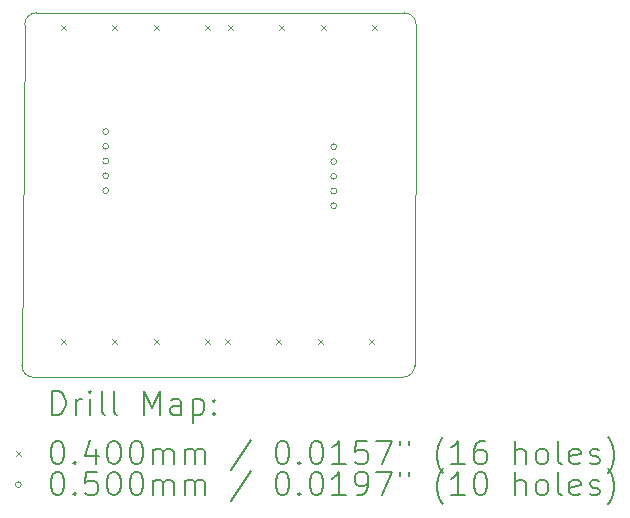
<source format=gbr>
%TF.GenerationSoftware,KiCad,Pcbnew,7.0.6*%
%TF.CreationDate,2024-02-28T21:28:37-05:00*%
%TF.ProjectId,Magnetic,4d61676e-6574-4696-932e-6b696361645f,rev?*%
%TF.SameCoordinates,Original*%
%TF.FileFunction,Drillmap*%
%TF.FilePolarity,Positive*%
%FSLAX45Y45*%
G04 Gerber Fmt 4.5, Leading zero omitted, Abs format (unit mm)*
G04 Created by KiCad (PCBNEW 7.0.6) date 2024-02-28 21:28:37*
%MOMM*%
%LPD*%
G01*
G04 APERTURE LIST*
%ADD10C,0.100000*%
%ADD11C,0.200000*%
%ADD12C,0.040000*%
%ADD13C,0.050000*%
G04 APERTURE END LIST*
D10*
X13591011Y-6934201D02*
G75*
G03*
X13691010Y-6834611I-1J100001D01*
G01*
X13702887Y-3948511D02*
X13691010Y-6834611D01*
X13702889Y-3948511D02*
G75*
G03*
X13602888Y-3848100I-99999J412D01*
G01*
X10364030Y-6833377D02*
X10387784Y-3947277D01*
X10487780Y-3848100D02*
X13602888Y-3848100D01*
X13591011Y-6934200D02*
X10464026Y-6934200D01*
X10487780Y-3848100D02*
G75*
G03*
X10387784Y-3947277I0J-100000D01*
G01*
X10364023Y-6833377D02*
G75*
G03*
X10464026Y-6934200I100007J-813D01*
G01*
D11*
D12*
X10698800Y-3955100D02*
X10738800Y-3995100D01*
X10738800Y-3955100D02*
X10698800Y-3995100D01*
X10698800Y-6609400D02*
X10738800Y-6649400D01*
X10738800Y-6609400D02*
X10698800Y-6649400D01*
X11130600Y-3955100D02*
X11170600Y-3995100D01*
X11170600Y-3955100D02*
X11130600Y-3995100D01*
X11130600Y-6609400D02*
X11170600Y-6649400D01*
X11170600Y-6609400D02*
X11130600Y-6649400D01*
X11486200Y-3955100D02*
X11526200Y-3995100D01*
X11526200Y-3955100D02*
X11486200Y-3995100D01*
X11486200Y-6609400D02*
X11526200Y-6649400D01*
X11526200Y-6609400D02*
X11486200Y-6649400D01*
X11918000Y-3955100D02*
X11958000Y-3995100D01*
X11958000Y-3955100D02*
X11918000Y-3995100D01*
X11918000Y-6609400D02*
X11958000Y-6649400D01*
X11958000Y-6609400D02*
X11918000Y-6649400D01*
X12083100Y-6609400D02*
X12123100Y-6649400D01*
X12123100Y-6609400D02*
X12083100Y-6649400D01*
X12108500Y-3955100D02*
X12148500Y-3995100D01*
X12148500Y-3955100D02*
X12108500Y-3995100D01*
X12514900Y-6609400D02*
X12554900Y-6649400D01*
X12554900Y-6609400D02*
X12514900Y-6649400D01*
X12540300Y-3955100D02*
X12580300Y-3995100D01*
X12580300Y-3955100D02*
X12540300Y-3995100D01*
X12870500Y-6609400D02*
X12910500Y-6649400D01*
X12910500Y-6609400D02*
X12870500Y-6649400D01*
X12895900Y-3955100D02*
X12935900Y-3995100D01*
X12935900Y-3955100D02*
X12895900Y-3995100D01*
X13302300Y-6609400D02*
X13342300Y-6649400D01*
X13342300Y-6609400D02*
X13302300Y-6649400D01*
X13327700Y-3955100D02*
X13367700Y-3995100D01*
X13367700Y-3955100D02*
X13327700Y-3995100D01*
D13*
X11099400Y-4853400D02*
G75*
G03*
X11099400Y-4853400I-25000J0D01*
G01*
X11099400Y-4978400D02*
G75*
G03*
X11099400Y-4978400I-25000J0D01*
G01*
X11099400Y-5103400D02*
G75*
G03*
X11099400Y-5103400I-25000J0D01*
G01*
X11099400Y-5228400D02*
G75*
G03*
X11099400Y-5228400I-25000J0D01*
G01*
X11099400Y-5353400D02*
G75*
G03*
X11099400Y-5353400I-25000J0D01*
G01*
X13029800Y-4982400D02*
G75*
G03*
X13029800Y-4982400I-25000J0D01*
G01*
X13029800Y-5107400D02*
G75*
G03*
X13029800Y-5107400I-25000J0D01*
G01*
X13029800Y-5232400D02*
G75*
G03*
X13029800Y-5232400I-25000J0D01*
G01*
X13029800Y-5357400D02*
G75*
G03*
X13029800Y-5357400I-25000J0D01*
G01*
X13029800Y-5482400D02*
G75*
G03*
X13029800Y-5482400I-25000J0D01*
G01*
D11*
X10619797Y-7250684D02*
X10619797Y-7050684D01*
X10619797Y-7050684D02*
X10667416Y-7050684D01*
X10667416Y-7050684D02*
X10695987Y-7060208D01*
X10695987Y-7060208D02*
X10715035Y-7079255D01*
X10715035Y-7079255D02*
X10724559Y-7098303D01*
X10724559Y-7098303D02*
X10734083Y-7136398D01*
X10734083Y-7136398D02*
X10734083Y-7164969D01*
X10734083Y-7164969D02*
X10724559Y-7203065D01*
X10724559Y-7203065D02*
X10715035Y-7222112D01*
X10715035Y-7222112D02*
X10695987Y-7241160D01*
X10695987Y-7241160D02*
X10667416Y-7250684D01*
X10667416Y-7250684D02*
X10619797Y-7250684D01*
X10819797Y-7250684D02*
X10819797Y-7117350D01*
X10819797Y-7155446D02*
X10829321Y-7136398D01*
X10829321Y-7136398D02*
X10838844Y-7126874D01*
X10838844Y-7126874D02*
X10857892Y-7117350D01*
X10857892Y-7117350D02*
X10876940Y-7117350D01*
X10943606Y-7250684D02*
X10943606Y-7117350D01*
X10943606Y-7050684D02*
X10934083Y-7060208D01*
X10934083Y-7060208D02*
X10943606Y-7069731D01*
X10943606Y-7069731D02*
X10953130Y-7060208D01*
X10953130Y-7060208D02*
X10943606Y-7050684D01*
X10943606Y-7050684D02*
X10943606Y-7069731D01*
X11067416Y-7250684D02*
X11048368Y-7241160D01*
X11048368Y-7241160D02*
X11038844Y-7222112D01*
X11038844Y-7222112D02*
X11038844Y-7050684D01*
X11172178Y-7250684D02*
X11153130Y-7241160D01*
X11153130Y-7241160D02*
X11143606Y-7222112D01*
X11143606Y-7222112D02*
X11143606Y-7050684D01*
X11400749Y-7250684D02*
X11400749Y-7050684D01*
X11400749Y-7050684D02*
X11467416Y-7193541D01*
X11467416Y-7193541D02*
X11534082Y-7050684D01*
X11534082Y-7050684D02*
X11534082Y-7250684D01*
X11715035Y-7250684D02*
X11715035Y-7145922D01*
X11715035Y-7145922D02*
X11705511Y-7126874D01*
X11705511Y-7126874D02*
X11686463Y-7117350D01*
X11686463Y-7117350D02*
X11648368Y-7117350D01*
X11648368Y-7117350D02*
X11629321Y-7126874D01*
X11715035Y-7241160D02*
X11695987Y-7250684D01*
X11695987Y-7250684D02*
X11648368Y-7250684D01*
X11648368Y-7250684D02*
X11629321Y-7241160D01*
X11629321Y-7241160D02*
X11619797Y-7222112D01*
X11619797Y-7222112D02*
X11619797Y-7203065D01*
X11619797Y-7203065D02*
X11629321Y-7184017D01*
X11629321Y-7184017D02*
X11648368Y-7174493D01*
X11648368Y-7174493D02*
X11695987Y-7174493D01*
X11695987Y-7174493D02*
X11715035Y-7164969D01*
X11810273Y-7117350D02*
X11810273Y-7317350D01*
X11810273Y-7126874D02*
X11829321Y-7117350D01*
X11829321Y-7117350D02*
X11867416Y-7117350D01*
X11867416Y-7117350D02*
X11886463Y-7126874D01*
X11886463Y-7126874D02*
X11895987Y-7136398D01*
X11895987Y-7136398D02*
X11905511Y-7155446D01*
X11905511Y-7155446D02*
X11905511Y-7212588D01*
X11905511Y-7212588D02*
X11895987Y-7231636D01*
X11895987Y-7231636D02*
X11886463Y-7241160D01*
X11886463Y-7241160D02*
X11867416Y-7250684D01*
X11867416Y-7250684D02*
X11829321Y-7250684D01*
X11829321Y-7250684D02*
X11810273Y-7241160D01*
X11991225Y-7231636D02*
X12000749Y-7241160D01*
X12000749Y-7241160D02*
X11991225Y-7250684D01*
X11991225Y-7250684D02*
X11981702Y-7241160D01*
X11981702Y-7241160D02*
X11991225Y-7231636D01*
X11991225Y-7231636D02*
X11991225Y-7250684D01*
X11991225Y-7126874D02*
X12000749Y-7136398D01*
X12000749Y-7136398D02*
X11991225Y-7145922D01*
X11991225Y-7145922D02*
X11981702Y-7136398D01*
X11981702Y-7136398D02*
X11991225Y-7126874D01*
X11991225Y-7126874D02*
X11991225Y-7145922D01*
D12*
X10319020Y-7559200D02*
X10359020Y-7599200D01*
X10359020Y-7559200D02*
X10319020Y-7599200D01*
D11*
X10657892Y-7470684D02*
X10676940Y-7470684D01*
X10676940Y-7470684D02*
X10695987Y-7480208D01*
X10695987Y-7480208D02*
X10705511Y-7489731D01*
X10705511Y-7489731D02*
X10715035Y-7508779D01*
X10715035Y-7508779D02*
X10724559Y-7546874D01*
X10724559Y-7546874D02*
X10724559Y-7594493D01*
X10724559Y-7594493D02*
X10715035Y-7632588D01*
X10715035Y-7632588D02*
X10705511Y-7651636D01*
X10705511Y-7651636D02*
X10695987Y-7661160D01*
X10695987Y-7661160D02*
X10676940Y-7670684D01*
X10676940Y-7670684D02*
X10657892Y-7670684D01*
X10657892Y-7670684D02*
X10638844Y-7661160D01*
X10638844Y-7661160D02*
X10629321Y-7651636D01*
X10629321Y-7651636D02*
X10619797Y-7632588D01*
X10619797Y-7632588D02*
X10610273Y-7594493D01*
X10610273Y-7594493D02*
X10610273Y-7546874D01*
X10610273Y-7546874D02*
X10619797Y-7508779D01*
X10619797Y-7508779D02*
X10629321Y-7489731D01*
X10629321Y-7489731D02*
X10638844Y-7480208D01*
X10638844Y-7480208D02*
X10657892Y-7470684D01*
X10810273Y-7651636D02*
X10819797Y-7661160D01*
X10819797Y-7661160D02*
X10810273Y-7670684D01*
X10810273Y-7670684D02*
X10800749Y-7661160D01*
X10800749Y-7661160D02*
X10810273Y-7651636D01*
X10810273Y-7651636D02*
X10810273Y-7670684D01*
X10991225Y-7537350D02*
X10991225Y-7670684D01*
X10943606Y-7461160D02*
X10895987Y-7604017D01*
X10895987Y-7604017D02*
X11019797Y-7604017D01*
X11134083Y-7470684D02*
X11153130Y-7470684D01*
X11153130Y-7470684D02*
X11172178Y-7480208D01*
X11172178Y-7480208D02*
X11181702Y-7489731D01*
X11181702Y-7489731D02*
X11191225Y-7508779D01*
X11191225Y-7508779D02*
X11200749Y-7546874D01*
X11200749Y-7546874D02*
X11200749Y-7594493D01*
X11200749Y-7594493D02*
X11191225Y-7632588D01*
X11191225Y-7632588D02*
X11181702Y-7651636D01*
X11181702Y-7651636D02*
X11172178Y-7661160D01*
X11172178Y-7661160D02*
X11153130Y-7670684D01*
X11153130Y-7670684D02*
X11134083Y-7670684D01*
X11134083Y-7670684D02*
X11115035Y-7661160D01*
X11115035Y-7661160D02*
X11105511Y-7651636D01*
X11105511Y-7651636D02*
X11095987Y-7632588D01*
X11095987Y-7632588D02*
X11086464Y-7594493D01*
X11086464Y-7594493D02*
X11086464Y-7546874D01*
X11086464Y-7546874D02*
X11095987Y-7508779D01*
X11095987Y-7508779D02*
X11105511Y-7489731D01*
X11105511Y-7489731D02*
X11115035Y-7480208D01*
X11115035Y-7480208D02*
X11134083Y-7470684D01*
X11324559Y-7470684D02*
X11343606Y-7470684D01*
X11343606Y-7470684D02*
X11362654Y-7480208D01*
X11362654Y-7480208D02*
X11372178Y-7489731D01*
X11372178Y-7489731D02*
X11381702Y-7508779D01*
X11381702Y-7508779D02*
X11391225Y-7546874D01*
X11391225Y-7546874D02*
X11391225Y-7594493D01*
X11391225Y-7594493D02*
X11381702Y-7632588D01*
X11381702Y-7632588D02*
X11372178Y-7651636D01*
X11372178Y-7651636D02*
X11362654Y-7661160D01*
X11362654Y-7661160D02*
X11343606Y-7670684D01*
X11343606Y-7670684D02*
X11324559Y-7670684D01*
X11324559Y-7670684D02*
X11305511Y-7661160D01*
X11305511Y-7661160D02*
X11295987Y-7651636D01*
X11295987Y-7651636D02*
X11286463Y-7632588D01*
X11286463Y-7632588D02*
X11276940Y-7594493D01*
X11276940Y-7594493D02*
X11276940Y-7546874D01*
X11276940Y-7546874D02*
X11286463Y-7508779D01*
X11286463Y-7508779D02*
X11295987Y-7489731D01*
X11295987Y-7489731D02*
X11305511Y-7480208D01*
X11305511Y-7480208D02*
X11324559Y-7470684D01*
X11476940Y-7670684D02*
X11476940Y-7537350D01*
X11476940Y-7556398D02*
X11486463Y-7546874D01*
X11486463Y-7546874D02*
X11505511Y-7537350D01*
X11505511Y-7537350D02*
X11534083Y-7537350D01*
X11534083Y-7537350D02*
X11553130Y-7546874D01*
X11553130Y-7546874D02*
X11562654Y-7565922D01*
X11562654Y-7565922D02*
X11562654Y-7670684D01*
X11562654Y-7565922D02*
X11572178Y-7546874D01*
X11572178Y-7546874D02*
X11591225Y-7537350D01*
X11591225Y-7537350D02*
X11619797Y-7537350D01*
X11619797Y-7537350D02*
X11638844Y-7546874D01*
X11638844Y-7546874D02*
X11648368Y-7565922D01*
X11648368Y-7565922D02*
X11648368Y-7670684D01*
X11743606Y-7670684D02*
X11743606Y-7537350D01*
X11743606Y-7556398D02*
X11753130Y-7546874D01*
X11753130Y-7546874D02*
X11772178Y-7537350D01*
X11772178Y-7537350D02*
X11800749Y-7537350D01*
X11800749Y-7537350D02*
X11819797Y-7546874D01*
X11819797Y-7546874D02*
X11829321Y-7565922D01*
X11829321Y-7565922D02*
X11829321Y-7670684D01*
X11829321Y-7565922D02*
X11838844Y-7546874D01*
X11838844Y-7546874D02*
X11857892Y-7537350D01*
X11857892Y-7537350D02*
X11886463Y-7537350D01*
X11886463Y-7537350D02*
X11905511Y-7546874D01*
X11905511Y-7546874D02*
X11915035Y-7565922D01*
X11915035Y-7565922D02*
X11915035Y-7670684D01*
X12305511Y-7461160D02*
X12134083Y-7718303D01*
X12562654Y-7470684D02*
X12581702Y-7470684D01*
X12581702Y-7470684D02*
X12600749Y-7480208D01*
X12600749Y-7480208D02*
X12610273Y-7489731D01*
X12610273Y-7489731D02*
X12619797Y-7508779D01*
X12619797Y-7508779D02*
X12629321Y-7546874D01*
X12629321Y-7546874D02*
X12629321Y-7594493D01*
X12629321Y-7594493D02*
X12619797Y-7632588D01*
X12619797Y-7632588D02*
X12610273Y-7651636D01*
X12610273Y-7651636D02*
X12600749Y-7661160D01*
X12600749Y-7661160D02*
X12581702Y-7670684D01*
X12581702Y-7670684D02*
X12562654Y-7670684D01*
X12562654Y-7670684D02*
X12543606Y-7661160D01*
X12543606Y-7661160D02*
X12534083Y-7651636D01*
X12534083Y-7651636D02*
X12524559Y-7632588D01*
X12524559Y-7632588D02*
X12515035Y-7594493D01*
X12515035Y-7594493D02*
X12515035Y-7546874D01*
X12515035Y-7546874D02*
X12524559Y-7508779D01*
X12524559Y-7508779D02*
X12534083Y-7489731D01*
X12534083Y-7489731D02*
X12543606Y-7480208D01*
X12543606Y-7480208D02*
X12562654Y-7470684D01*
X12715035Y-7651636D02*
X12724559Y-7661160D01*
X12724559Y-7661160D02*
X12715035Y-7670684D01*
X12715035Y-7670684D02*
X12705511Y-7661160D01*
X12705511Y-7661160D02*
X12715035Y-7651636D01*
X12715035Y-7651636D02*
X12715035Y-7670684D01*
X12848368Y-7470684D02*
X12867416Y-7470684D01*
X12867416Y-7470684D02*
X12886464Y-7480208D01*
X12886464Y-7480208D02*
X12895987Y-7489731D01*
X12895987Y-7489731D02*
X12905511Y-7508779D01*
X12905511Y-7508779D02*
X12915035Y-7546874D01*
X12915035Y-7546874D02*
X12915035Y-7594493D01*
X12915035Y-7594493D02*
X12905511Y-7632588D01*
X12905511Y-7632588D02*
X12895987Y-7651636D01*
X12895987Y-7651636D02*
X12886464Y-7661160D01*
X12886464Y-7661160D02*
X12867416Y-7670684D01*
X12867416Y-7670684D02*
X12848368Y-7670684D01*
X12848368Y-7670684D02*
X12829321Y-7661160D01*
X12829321Y-7661160D02*
X12819797Y-7651636D01*
X12819797Y-7651636D02*
X12810273Y-7632588D01*
X12810273Y-7632588D02*
X12800749Y-7594493D01*
X12800749Y-7594493D02*
X12800749Y-7546874D01*
X12800749Y-7546874D02*
X12810273Y-7508779D01*
X12810273Y-7508779D02*
X12819797Y-7489731D01*
X12819797Y-7489731D02*
X12829321Y-7480208D01*
X12829321Y-7480208D02*
X12848368Y-7470684D01*
X13105511Y-7670684D02*
X12991226Y-7670684D01*
X13048368Y-7670684D02*
X13048368Y-7470684D01*
X13048368Y-7470684D02*
X13029321Y-7499255D01*
X13029321Y-7499255D02*
X13010273Y-7518303D01*
X13010273Y-7518303D02*
X12991226Y-7527827D01*
X13286464Y-7470684D02*
X13191226Y-7470684D01*
X13191226Y-7470684D02*
X13181702Y-7565922D01*
X13181702Y-7565922D02*
X13191226Y-7556398D01*
X13191226Y-7556398D02*
X13210273Y-7546874D01*
X13210273Y-7546874D02*
X13257892Y-7546874D01*
X13257892Y-7546874D02*
X13276940Y-7556398D01*
X13276940Y-7556398D02*
X13286464Y-7565922D01*
X13286464Y-7565922D02*
X13295987Y-7584969D01*
X13295987Y-7584969D02*
X13295987Y-7632588D01*
X13295987Y-7632588D02*
X13286464Y-7651636D01*
X13286464Y-7651636D02*
X13276940Y-7661160D01*
X13276940Y-7661160D02*
X13257892Y-7670684D01*
X13257892Y-7670684D02*
X13210273Y-7670684D01*
X13210273Y-7670684D02*
X13191226Y-7661160D01*
X13191226Y-7661160D02*
X13181702Y-7651636D01*
X13362654Y-7470684D02*
X13495987Y-7470684D01*
X13495987Y-7470684D02*
X13410273Y-7670684D01*
X13562654Y-7470684D02*
X13562654Y-7508779D01*
X13638845Y-7470684D02*
X13638845Y-7508779D01*
X13934083Y-7746874D02*
X13924559Y-7737350D01*
X13924559Y-7737350D02*
X13905511Y-7708779D01*
X13905511Y-7708779D02*
X13895988Y-7689731D01*
X13895988Y-7689731D02*
X13886464Y-7661160D01*
X13886464Y-7661160D02*
X13876940Y-7613541D01*
X13876940Y-7613541D02*
X13876940Y-7575446D01*
X13876940Y-7575446D02*
X13886464Y-7527827D01*
X13886464Y-7527827D02*
X13895988Y-7499255D01*
X13895988Y-7499255D02*
X13905511Y-7480208D01*
X13905511Y-7480208D02*
X13924559Y-7451636D01*
X13924559Y-7451636D02*
X13934083Y-7442112D01*
X14115035Y-7670684D02*
X14000749Y-7670684D01*
X14057892Y-7670684D02*
X14057892Y-7470684D01*
X14057892Y-7470684D02*
X14038845Y-7499255D01*
X14038845Y-7499255D02*
X14019797Y-7518303D01*
X14019797Y-7518303D02*
X14000749Y-7527827D01*
X14286464Y-7470684D02*
X14248368Y-7470684D01*
X14248368Y-7470684D02*
X14229321Y-7480208D01*
X14229321Y-7480208D02*
X14219797Y-7489731D01*
X14219797Y-7489731D02*
X14200749Y-7518303D01*
X14200749Y-7518303D02*
X14191226Y-7556398D01*
X14191226Y-7556398D02*
X14191226Y-7632588D01*
X14191226Y-7632588D02*
X14200749Y-7651636D01*
X14200749Y-7651636D02*
X14210273Y-7661160D01*
X14210273Y-7661160D02*
X14229321Y-7670684D01*
X14229321Y-7670684D02*
X14267416Y-7670684D01*
X14267416Y-7670684D02*
X14286464Y-7661160D01*
X14286464Y-7661160D02*
X14295988Y-7651636D01*
X14295988Y-7651636D02*
X14305511Y-7632588D01*
X14305511Y-7632588D02*
X14305511Y-7584969D01*
X14305511Y-7584969D02*
X14295988Y-7565922D01*
X14295988Y-7565922D02*
X14286464Y-7556398D01*
X14286464Y-7556398D02*
X14267416Y-7546874D01*
X14267416Y-7546874D02*
X14229321Y-7546874D01*
X14229321Y-7546874D02*
X14210273Y-7556398D01*
X14210273Y-7556398D02*
X14200749Y-7565922D01*
X14200749Y-7565922D02*
X14191226Y-7584969D01*
X14543607Y-7670684D02*
X14543607Y-7470684D01*
X14629321Y-7670684D02*
X14629321Y-7565922D01*
X14629321Y-7565922D02*
X14619797Y-7546874D01*
X14619797Y-7546874D02*
X14600750Y-7537350D01*
X14600750Y-7537350D02*
X14572178Y-7537350D01*
X14572178Y-7537350D02*
X14553130Y-7546874D01*
X14553130Y-7546874D02*
X14543607Y-7556398D01*
X14753130Y-7670684D02*
X14734083Y-7661160D01*
X14734083Y-7661160D02*
X14724559Y-7651636D01*
X14724559Y-7651636D02*
X14715035Y-7632588D01*
X14715035Y-7632588D02*
X14715035Y-7575446D01*
X14715035Y-7575446D02*
X14724559Y-7556398D01*
X14724559Y-7556398D02*
X14734083Y-7546874D01*
X14734083Y-7546874D02*
X14753130Y-7537350D01*
X14753130Y-7537350D02*
X14781702Y-7537350D01*
X14781702Y-7537350D02*
X14800750Y-7546874D01*
X14800750Y-7546874D02*
X14810273Y-7556398D01*
X14810273Y-7556398D02*
X14819797Y-7575446D01*
X14819797Y-7575446D02*
X14819797Y-7632588D01*
X14819797Y-7632588D02*
X14810273Y-7651636D01*
X14810273Y-7651636D02*
X14800750Y-7661160D01*
X14800750Y-7661160D02*
X14781702Y-7670684D01*
X14781702Y-7670684D02*
X14753130Y-7670684D01*
X14934083Y-7670684D02*
X14915035Y-7661160D01*
X14915035Y-7661160D02*
X14905511Y-7642112D01*
X14905511Y-7642112D02*
X14905511Y-7470684D01*
X15086464Y-7661160D02*
X15067416Y-7670684D01*
X15067416Y-7670684D02*
X15029321Y-7670684D01*
X15029321Y-7670684D02*
X15010273Y-7661160D01*
X15010273Y-7661160D02*
X15000750Y-7642112D01*
X15000750Y-7642112D02*
X15000750Y-7565922D01*
X15000750Y-7565922D02*
X15010273Y-7546874D01*
X15010273Y-7546874D02*
X15029321Y-7537350D01*
X15029321Y-7537350D02*
X15067416Y-7537350D01*
X15067416Y-7537350D02*
X15086464Y-7546874D01*
X15086464Y-7546874D02*
X15095988Y-7565922D01*
X15095988Y-7565922D02*
X15095988Y-7584969D01*
X15095988Y-7584969D02*
X15000750Y-7604017D01*
X15172178Y-7661160D02*
X15191226Y-7670684D01*
X15191226Y-7670684D02*
X15229321Y-7670684D01*
X15229321Y-7670684D02*
X15248369Y-7661160D01*
X15248369Y-7661160D02*
X15257892Y-7642112D01*
X15257892Y-7642112D02*
X15257892Y-7632588D01*
X15257892Y-7632588D02*
X15248369Y-7613541D01*
X15248369Y-7613541D02*
X15229321Y-7604017D01*
X15229321Y-7604017D02*
X15200750Y-7604017D01*
X15200750Y-7604017D02*
X15181702Y-7594493D01*
X15181702Y-7594493D02*
X15172178Y-7575446D01*
X15172178Y-7575446D02*
X15172178Y-7565922D01*
X15172178Y-7565922D02*
X15181702Y-7546874D01*
X15181702Y-7546874D02*
X15200750Y-7537350D01*
X15200750Y-7537350D02*
X15229321Y-7537350D01*
X15229321Y-7537350D02*
X15248369Y-7546874D01*
X15324559Y-7746874D02*
X15334083Y-7737350D01*
X15334083Y-7737350D02*
X15353131Y-7708779D01*
X15353131Y-7708779D02*
X15362654Y-7689731D01*
X15362654Y-7689731D02*
X15372178Y-7661160D01*
X15372178Y-7661160D02*
X15381702Y-7613541D01*
X15381702Y-7613541D02*
X15381702Y-7575446D01*
X15381702Y-7575446D02*
X15372178Y-7527827D01*
X15372178Y-7527827D02*
X15362654Y-7499255D01*
X15362654Y-7499255D02*
X15353131Y-7480208D01*
X15353131Y-7480208D02*
X15334083Y-7451636D01*
X15334083Y-7451636D02*
X15324559Y-7442112D01*
D13*
X10359020Y-7843200D02*
G75*
G03*
X10359020Y-7843200I-25000J0D01*
G01*
D11*
X10657892Y-7734684D02*
X10676940Y-7734684D01*
X10676940Y-7734684D02*
X10695987Y-7744208D01*
X10695987Y-7744208D02*
X10705511Y-7753731D01*
X10705511Y-7753731D02*
X10715035Y-7772779D01*
X10715035Y-7772779D02*
X10724559Y-7810874D01*
X10724559Y-7810874D02*
X10724559Y-7858493D01*
X10724559Y-7858493D02*
X10715035Y-7896588D01*
X10715035Y-7896588D02*
X10705511Y-7915636D01*
X10705511Y-7915636D02*
X10695987Y-7925160D01*
X10695987Y-7925160D02*
X10676940Y-7934684D01*
X10676940Y-7934684D02*
X10657892Y-7934684D01*
X10657892Y-7934684D02*
X10638844Y-7925160D01*
X10638844Y-7925160D02*
X10629321Y-7915636D01*
X10629321Y-7915636D02*
X10619797Y-7896588D01*
X10619797Y-7896588D02*
X10610273Y-7858493D01*
X10610273Y-7858493D02*
X10610273Y-7810874D01*
X10610273Y-7810874D02*
X10619797Y-7772779D01*
X10619797Y-7772779D02*
X10629321Y-7753731D01*
X10629321Y-7753731D02*
X10638844Y-7744208D01*
X10638844Y-7744208D02*
X10657892Y-7734684D01*
X10810273Y-7915636D02*
X10819797Y-7925160D01*
X10819797Y-7925160D02*
X10810273Y-7934684D01*
X10810273Y-7934684D02*
X10800749Y-7925160D01*
X10800749Y-7925160D02*
X10810273Y-7915636D01*
X10810273Y-7915636D02*
X10810273Y-7934684D01*
X11000749Y-7734684D02*
X10905511Y-7734684D01*
X10905511Y-7734684D02*
X10895987Y-7829922D01*
X10895987Y-7829922D02*
X10905511Y-7820398D01*
X10905511Y-7820398D02*
X10924559Y-7810874D01*
X10924559Y-7810874D02*
X10972178Y-7810874D01*
X10972178Y-7810874D02*
X10991225Y-7820398D01*
X10991225Y-7820398D02*
X11000749Y-7829922D01*
X11000749Y-7829922D02*
X11010273Y-7848969D01*
X11010273Y-7848969D02*
X11010273Y-7896588D01*
X11010273Y-7896588D02*
X11000749Y-7915636D01*
X11000749Y-7915636D02*
X10991225Y-7925160D01*
X10991225Y-7925160D02*
X10972178Y-7934684D01*
X10972178Y-7934684D02*
X10924559Y-7934684D01*
X10924559Y-7934684D02*
X10905511Y-7925160D01*
X10905511Y-7925160D02*
X10895987Y-7915636D01*
X11134083Y-7734684D02*
X11153130Y-7734684D01*
X11153130Y-7734684D02*
X11172178Y-7744208D01*
X11172178Y-7744208D02*
X11181702Y-7753731D01*
X11181702Y-7753731D02*
X11191225Y-7772779D01*
X11191225Y-7772779D02*
X11200749Y-7810874D01*
X11200749Y-7810874D02*
X11200749Y-7858493D01*
X11200749Y-7858493D02*
X11191225Y-7896588D01*
X11191225Y-7896588D02*
X11181702Y-7915636D01*
X11181702Y-7915636D02*
X11172178Y-7925160D01*
X11172178Y-7925160D02*
X11153130Y-7934684D01*
X11153130Y-7934684D02*
X11134083Y-7934684D01*
X11134083Y-7934684D02*
X11115035Y-7925160D01*
X11115035Y-7925160D02*
X11105511Y-7915636D01*
X11105511Y-7915636D02*
X11095987Y-7896588D01*
X11095987Y-7896588D02*
X11086464Y-7858493D01*
X11086464Y-7858493D02*
X11086464Y-7810874D01*
X11086464Y-7810874D02*
X11095987Y-7772779D01*
X11095987Y-7772779D02*
X11105511Y-7753731D01*
X11105511Y-7753731D02*
X11115035Y-7744208D01*
X11115035Y-7744208D02*
X11134083Y-7734684D01*
X11324559Y-7734684D02*
X11343606Y-7734684D01*
X11343606Y-7734684D02*
X11362654Y-7744208D01*
X11362654Y-7744208D02*
X11372178Y-7753731D01*
X11372178Y-7753731D02*
X11381702Y-7772779D01*
X11381702Y-7772779D02*
X11391225Y-7810874D01*
X11391225Y-7810874D02*
X11391225Y-7858493D01*
X11391225Y-7858493D02*
X11381702Y-7896588D01*
X11381702Y-7896588D02*
X11372178Y-7915636D01*
X11372178Y-7915636D02*
X11362654Y-7925160D01*
X11362654Y-7925160D02*
X11343606Y-7934684D01*
X11343606Y-7934684D02*
X11324559Y-7934684D01*
X11324559Y-7934684D02*
X11305511Y-7925160D01*
X11305511Y-7925160D02*
X11295987Y-7915636D01*
X11295987Y-7915636D02*
X11286463Y-7896588D01*
X11286463Y-7896588D02*
X11276940Y-7858493D01*
X11276940Y-7858493D02*
X11276940Y-7810874D01*
X11276940Y-7810874D02*
X11286463Y-7772779D01*
X11286463Y-7772779D02*
X11295987Y-7753731D01*
X11295987Y-7753731D02*
X11305511Y-7744208D01*
X11305511Y-7744208D02*
X11324559Y-7734684D01*
X11476940Y-7934684D02*
X11476940Y-7801350D01*
X11476940Y-7820398D02*
X11486463Y-7810874D01*
X11486463Y-7810874D02*
X11505511Y-7801350D01*
X11505511Y-7801350D02*
X11534083Y-7801350D01*
X11534083Y-7801350D02*
X11553130Y-7810874D01*
X11553130Y-7810874D02*
X11562654Y-7829922D01*
X11562654Y-7829922D02*
X11562654Y-7934684D01*
X11562654Y-7829922D02*
X11572178Y-7810874D01*
X11572178Y-7810874D02*
X11591225Y-7801350D01*
X11591225Y-7801350D02*
X11619797Y-7801350D01*
X11619797Y-7801350D02*
X11638844Y-7810874D01*
X11638844Y-7810874D02*
X11648368Y-7829922D01*
X11648368Y-7829922D02*
X11648368Y-7934684D01*
X11743606Y-7934684D02*
X11743606Y-7801350D01*
X11743606Y-7820398D02*
X11753130Y-7810874D01*
X11753130Y-7810874D02*
X11772178Y-7801350D01*
X11772178Y-7801350D02*
X11800749Y-7801350D01*
X11800749Y-7801350D02*
X11819797Y-7810874D01*
X11819797Y-7810874D02*
X11829321Y-7829922D01*
X11829321Y-7829922D02*
X11829321Y-7934684D01*
X11829321Y-7829922D02*
X11838844Y-7810874D01*
X11838844Y-7810874D02*
X11857892Y-7801350D01*
X11857892Y-7801350D02*
X11886463Y-7801350D01*
X11886463Y-7801350D02*
X11905511Y-7810874D01*
X11905511Y-7810874D02*
X11915035Y-7829922D01*
X11915035Y-7829922D02*
X11915035Y-7934684D01*
X12305511Y-7725160D02*
X12134083Y-7982303D01*
X12562654Y-7734684D02*
X12581702Y-7734684D01*
X12581702Y-7734684D02*
X12600749Y-7744208D01*
X12600749Y-7744208D02*
X12610273Y-7753731D01*
X12610273Y-7753731D02*
X12619797Y-7772779D01*
X12619797Y-7772779D02*
X12629321Y-7810874D01*
X12629321Y-7810874D02*
X12629321Y-7858493D01*
X12629321Y-7858493D02*
X12619797Y-7896588D01*
X12619797Y-7896588D02*
X12610273Y-7915636D01*
X12610273Y-7915636D02*
X12600749Y-7925160D01*
X12600749Y-7925160D02*
X12581702Y-7934684D01*
X12581702Y-7934684D02*
X12562654Y-7934684D01*
X12562654Y-7934684D02*
X12543606Y-7925160D01*
X12543606Y-7925160D02*
X12534083Y-7915636D01*
X12534083Y-7915636D02*
X12524559Y-7896588D01*
X12524559Y-7896588D02*
X12515035Y-7858493D01*
X12515035Y-7858493D02*
X12515035Y-7810874D01*
X12515035Y-7810874D02*
X12524559Y-7772779D01*
X12524559Y-7772779D02*
X12534083Y-7753731D01*
X12534083Y-7753731D02*
X12543606Y-7744208D01*
X12543606Y-7744208D02*
X12562654Y-7734684D01*
X12715035Y-7915636D02*
X12724559Y-7925160D01*
X12724559Y-7925160D02*
X12715035Y-7934684D01*
X12715035Y-7934684D02*
X12705511Y-7925160D01*
X12705511Y-7925160D02*
X12715035Y-7915636D01*
X12715035Y-7915636D02*
X12715035Y-7934684D01*
X12848368Y-7734684D02*
X12867416Y-7734684D01*
X12867416Y-7734684D02*
X12886464Y-7744208D01*
X12886464Y-7744208D02*
X12895987Y-7753731D01*
X12895987Y-7753731D02*
X12905511Y-7772779D01*
X12905511Y-7772779D02*
X12915035Y-7810874D01*
X12915035Y-7810874D02*
X12915035Y-7858493D01*
X12915035Y-7858493D02*
X12905511Y-7896588D01*
X12905511Y-7896588D02*
X12895987Y-7915636D01*
X12895987Y-7915636D02*
X12886464Y-7925160D01*
X12886464Y-7925160D02*
X12867416Y-7934684D01*
X12867416Y-7934684D02*
X12848368Y-7934684D01*
X12848368Y-7934684D02*
X12829321Y-7925160D01*
X12829321Y-7925160D02*
X12819797Y-7915636D01*
X12819797Y-7915636D02*
X12810273Y-7896588D01*
X12810273Y-7896588D02*
X12800749Y-7858493D01*
X12800749Y-7858493D02*
X12800749Y-7810874D01*
X12800749Y-7810874D02*
X12810273Y-7772779D01*
X12810273Y-7772779D02*
X12819797Y-7753731D01*
X12819797Y-7753731D02*
X12829321Y-7744208D01*
X12829321Y-7744208D02*
X12848368Y-7734684D01*
X13105511Y-7934684D02*
X12991226Y-7934684D01*
X13048368Y-7934684D02*
X13048368Y-7734684D01*
X13048368Y-7734684D02*
X13029321Y-7763255D01*
X13029321Y-7763255D02*
X13010273Y-7782303D01*
X13010273Y-7782303D02*
X12991226Y-7791827D01*
X13200749Y-7934684D02*
X13238845Y-7934684D01*
X13238845Y-7934684D02*
X13257892Y-7925160D01*
X13257892Y-7925160D02*
X13267416Y-7915636D01*
X13267416Y-7915636D02*
X13286464Y-7887065D01*
X13286464Y-7887065D02*
X13295987Y-7848969D01*
X13295987Y-7848969D02*
X13295987Y-7772779D01*
X13295987Y-7772779D02*
X13286464Y-7753731D01*
X13286464Y-7753731D02*
X13276940Y-7744208D01*
X13276940Y-7744208D02*
X13257892Y-7734684D01*
X13257892Y-7734684D02*
X13219797Y-7734684D01*
X13219797Y-7734684D02*
X13200749Y-7744208D01*
X13200749Y-7744208D02*
X13191226Y-7753731D01*
X13191226Y-7753731D02*
X13181702Y-7772779D01*
X13181702Y-7772779D02*
X13181702Y-7820398D01*
X13181702Y-7820398D02*
X13191226Y-7839446D01*
X13191226Y-7839446D02*
X13200749Y-7848969D01*
X13200749Y-7848969D02*
X13219797Y-7858493D01*
X13219797Y-7858493D02*
X13257892Y-7858493D01*
X13257892Y-7858493D02*
X13276940Y-7848969D01*
X13276940Y-7848969D02*
X13286464Y-7839446D01*
X13286464Y-7839446D02*
X13295987Y-7820398D01*
X13362654Y-7734684D02*
X13495987Y-7734684D01*
X13495987Y-7734684D02*
X13410273Y-7934684D01*
X13562654Y-7734684D02*
X13562654Y-7772779D01*
X13638845Y-7734684D02*
X13638845Y-7772779D01*
X13934083Y-8010874D02*
X13924559Y-8001350D01*
X13924559Y-8001350D02*
X13905511Y-7972779D01*
X13905511Y-7972779D02*
X13895988Y-7953731D01*
X13895988Y-7953731D02*
X13886464Y-7925160D01*
X13886464Y-7925160D02*
X13876940Y-7877541D01*
X13876940Y-7877541D02*
X13876940Y-7839446D01*
X13876940Y-7839446D02*
X13886464Y-7791827D01*
X13886464Y-7791827D02*
X13895988Y-7763255D01*
X13895988Y-7763255D02*
X13905511Y-7744208D01*
X13905511Y-7744208D02*
X13924559Y-7715636D01*
X13924559Y-7715636D02*
X13934083Y-7706112D01*
X14115035Y-7934684D02*
X14000749Y-7934684D01*
X14057892Y-7934684D02*
X14057892Y-7734684D01*
X14057892Y-7734684D02*
X14038845Y-7763255D01*
X14038845Y-7763255D02*
X14019797Y-7782303D01*
X14019797Y-7782303D02*
X14000749Y-7791827D01*
X14238845Y-7734684D02*
X14257892Y-7734684D01*
X14257892Y-7734684D02*
X14276940Y-7744208D01*
X14276940Y-7744208D02*
X14286464Y-7753731D01*
X14286464Y-7753731D02*
X14295988Y-7772779D01*
X14295988Y-7772779D02*
X14305511Y-7810874D01*
X14305511Y-7810874D02*
X14305511Y-7858493D01*
X14305511Y-7858493D02*
X14295988Y-7896588D01*
X14295988Y-7896588D02*
X14286464Y-7915636D01*
X14286464Y-7915636D02*
X14276940Y-7925160D01*
X14276940Y-7925160D02*
X14257892Y-7934684D01*
X14257892Y-7934684D02*
X14238845Y-7934684D01*
X14238845Y-7934684D02*
X14219797Y-7925160D01*
X14219797Y-7925160D02*
X14210273Y-7915636D01*
X14210273Y-7915636D02*
X14200749Y-7896588D01*
X14200749Y-7896588D02*
X14191226Y-7858493D01*
X14191226Y-7858493D02*
X14191226Y-7810874D01*
X14191226Y-7810874D02*
X14200749Y-7772779D01*
X14200749Y-7772779D02*
X14210273Y-7753731D01*
X14210273Y-7753731D02*
X14219797Y-7744208D01*
X14219797Y-7744208D02*
X14238845Y-7734684D01*
X14543607Y-7934684D02*
X14543607Y-7734684D01*
X14629321Y-7934684D02*
X14629321Y-7829922D01*
X14629321Y-7829922D02*
X14619797Y-7810874D01*
X14619797Y-7810874D02*
X14600750Y-7801350D01*
X14600750Y-7801350D02*
X14572178Y-7801350D01*
X14572178Y-7801350D02*
X14553130Y-7810874D01*
X14553130Y-7810874D02*
X14543607Y-7820398D01*
X14753130Y-7934684D02*
X14734083Y-7925160D01*
X14734083Y-7925160D02*
X14724559Y-7915636D01*
X14724559Y-7915636D02*
X14715035Y-7896588D01*
X14715035Y-7896588D02*
X14715035Y-7839446D01*
X14715035Y-7839446D02*
X14724559Y-7820398D01*
X14724559Y-7820398D02*
X14734083Y-7810874D01*
X14734083Y-7810874D02*
X14753130Y-7801350D01*
X14753130Y-7801350D02*
X14781702Y-7801350D01*
X14781702Y-7801350D02*
X14800750Y-7810874D01*
X14800750Y-7810874D02*
X14810273Y-7820398D01*
X14810273Y-7820398D02*
X14819797Y-7839446D01*
X14819797Y-7839446D02*
X14819797Y-7896588D01*
X14819797Y-7896588D02*
X14810273Y-7915636D01*
X14810273Y-7915636D02*
X14800750Y-7925160D01*
X14800750Y-7925160D02*
X14781702Y-7934684D01*
X14781702Y-7934684D02*
X14753130Y-7934684D01*
X14934083Y-7934684D02*
X14915035Y-7925160D01*
X14915035Y-7925160D02*
X14905511Y-7906112D01*
X14905511Y-7906112D02*
X14905511Y-7734684D01*
X15086464Y-7925160D02*
X15067416Y-7934684D01*
X15067416Y-7934684D02*
X15029321Y-7934684D01*
X15029321Y-7934684D02*
X15010273Y-7925160D01*
X15010273Y-7925160D02*
X15000750Y-7906112D01*
X15000750Y-7906112D02*
X15000750Y-7829922D01*
X15000750Y-7829922D02*
X15010273Y-7810874D01*
X15010273Y-7810874D02*
X15029321Y-7801350D01*
X15029321Y-7801350D02*
X15067416Y-7801350D01*
X15067416Y-7801350D02*
X15086464Y-7810874D01*
X15086464Y-7810874D02*
X15095988Y-7829922D01*
X15095988Y-7829922D02*
X15095988Y-7848969D01*
X15095988Y-7848969D02*
X15000750Y-7868017D01*
X15172178Y-7925160D02*
X15191226Y-7934684D01*
X15191226Y-7934684D02*
X15229321Y-7934684D01*
X15229321Y-7934684D02*
X15248369Y-7925160D01*
X15248369Y-7925160D02*
X15257892Y-7906112D01*
X15257892Y-7906112D02*
X15257892Y-7896588D01*
X15257892Y-7896588D02*
X15248369Y-7877541D01*
X15248369Y-7877541D02*
X15229321Y-7868017D01*
X15229321Y-7868017D02*
X15200750Y-7868017D01*
X15200750Y-7868017D02*
X15181702Y-7858493D01*
X15181702Y-7858493D02*
X15172178Y-7839446D01*
X15172178Y-7839446D02*
X15172178Y-7829922D01*
X15172178Y-7829922D02*
X15181702Y-7810874D01*
X15181702Y-7810874D02*
X15200750Y-7801350D01*
X15200750Y-7801350D02*
X15229321Y-7801350D01*
X15229321Y-7801350D02*
X15248369Y-7810874D01*
X15324559Y-8010874D02*
X15334083Y-8001350D01*
X15334083Y-8001350D02*
X15353131Y-7972779D01*
X15353131Y-7972779D02*
X15362654Y-7953731D01*
X15362654Y-7953731D02*
X15372178Y-7925160D01*
X15372178Y-7925160D02*
X15381702Y-7877541D01*
X15381702Y-7877541D02*
X15381702Y-7839446D01*
X15381702Y-7839446D02*
X15372178Y-7791827D01*
X15372178Y-7791827D02*
X15362654Y-7763255D01*
X15362654Y-7763255D02*
X15353131Y-7744208D01*
X15353131Y-7744208D02*
X15334083Y-7715636D01*
X15334083Y-7715636D02*
X15324559Y-7706112D01*
M02*

</source>
